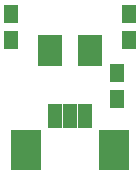
<source format=gbr>
G04 #@! TF.FileFunction,Soldermask,Top*
%FSLAX46Y46*%
G04 Gerber Fmt 4.6, Leading zero omitted, Abs format (unit mm)*
G04 Created by KiCad (PCBNEW 4.0.7) date Sun Mar  4 16:18:10 2018*
%MOMM*%
%LPD*%
G01*
G04 APERTURE LIST*
%ADD10C,0.100000*%
%ADD11R,1.300000X1.600000*%
%ADD12R,1.200000X2.100000*%
%ADD13R,2.600000X3.500000*%
%ADD14R,2.000000X0.700000*%
G04 APERTURE END LIST*
D10*
D11*
X155000000Y-85100000D03*
X155000000Y-82900000D03*
D12*
X148750000Y-91550000D03*
X150000000Y-91550000D03*
X151250000Y-91550000D03*
D13*
X146250000Y-94450000D03*
X153750000Y-94450000D03*
D11*
X154000000Y-90100000D03*
X154000000Y-87900000D03*
X145000000Y-82900000D03*
X145000000Y-85100000D03*
D14*
X148300000Y-85025000D03*
X148300000Y-85675000D03*
X148300000Y-86325000D03*
X148300000Y-86975000D03*
X151700000Y-86975000D03*
X151700000Y-86325000D03*
X151700000Y-85675000D03*
X151700000Y-85025000D03*
M02*

</source>
